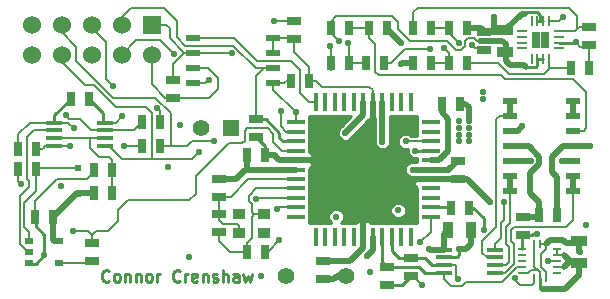
<source format=gtl>
%FSLAX34Y34*%
G04 Gerber Fmt 3.4, Leading zero omitted, Abs format*
G04 (created by PCBNEW (2013-11-03 BZR 4430)-product) date Fri 08 Nov 2013 11:28:15 PM CST*
%MOIN*%
G01*
G70*
G90*
G04 APERTURE LIST*
%ADD10C,0.005906*%
%ADD11C,0.009843*%
%ADD12R,0.016000X0.060000*%
%ADD13R,0.060000X0.016000*%
%ADD14R,0.030000X0.020000*%
%ADD15R,0.025000X0.045000*%
%ADD16R,0.045000X0.025000*%
%ADD17R,0.055000X0.055000*%
%ADD18C,0.055000*%
%ADD19R,0.060000X0.060000*%
%ADD20C,0.060000*%
%ADD21R,0.053100X0.015700*%
%ADD22R,0.035000X0.055000*%
%ADD23R,0.055000X0.035000*%
%ADD24R,0.045000X0.020000*%
%ADD25R,0.023622X0.023622*%
%ADD26R,0.039370X0.035433*%
%ADD27O,0.009843X0.035433*%
%ADD28O,0.035433X0.009843*%
%ADD29R,0.027559X0.027559*%
%ADD30O,0.031496X0.009843*%
%ADD31O,0.009843X0.031496*%
%ADD32C,0.021654*%
%ADD33C,0.019685*%
%ADD34C,0.006890*%
%ADD35C,0.010000*%
G04 APERTURE END LIST*
G54D10*
G54D11*
X44679Y-45475D02*
X44660Y-45494D01*
X44604Y-45512D01*
X44566Y-45512D01*
X44510Y-45494D01*
X44473Y-45456D01*
X44454Y-45419D01*
X44435Y-45344D01*
X44435Y-45287D01*
X44454Y-45212D01*
X44473Y-45175D01*
X44510Y-45137D01*
X44566Y-45119D01*
X44604Y-45119D01*
X44660Y-45137D01*
X44679Y-45156D01*
X44904Y-45512D02*
X44866Y-45494D01*
X44848Y-45475D01*
X44829Y-45437D01*
X44829Y-45325D01*
X44848Y-45287D01*
X44866Y-45269D01*
X44904Y-45250D01*
X44960Y-45250D01*
X44998Y-45269D01*
X45016Y-45287D01*
X45035Y-45325D01*
X45035Y-45437D01*
X45016Y-45475D01*
X44998Y-45494D01*
X44960Y-45512D01*
X44904Y-45512D01*
X45204Y-45250D02*
X45204Y-45512D01*
X45204Y-45287D02*
X45223Y-45269D01*
X45260Y-45250D01*
X45316Y-45250D01*
X45354Y-45269D01*
X45373Y-45306D01*
X45373Y-45512D01*
X45560Y-45250D02*
X45560Y-45512D01*
X45560Y-45287D02*
X45579Y-45269D01*
X45616Y-45250D01*
X45673Y-45250D01*
X45710Y-45269D01*
X45729Y-45306D01*
X45729Y-45512D01*
X45973Y-45512D02*
X45935Y-45494D01*
X45916Y-45475D01*
X45898Y-45437D01*
X45898Y-45325D01*
X45916Y-45287D01*
X45935Y-45269D01*
X45973Y-45250D01*
X46029Y-45250D01*
X46066Y-45269D01*
X46085Y-45287D01*
X46104Y-45325D01*
X46104Y-45437D01*
X46085Y-45475D01*
X46066Y-45494D01*
X46029Y-45512D01*
X45973Y-45512D01*
X46272Y-45512D02*
X46272Y-45250D01*
X46272Y-45325D02*
X46291Y-45287D01*
X46310Y-45269D01*
X46347Y-45250D01*
X46385Y-45250D01*
X47041Y-45475D02*
X47022Y-45494D01*
X46966Y-45512D01*
X46929Y-45512D01*
X46872Y-45494D01*
X46835Y-45456D01*
X46816Y-45419D01*
X46797Y-45344D01*
X46797Y-45287D01*
X46816Y-45212D01*
X46835Y-45175D01*
X46872Y-45137D01*
X46929Y-45119D01*
X46966Y-45119D01*
X47022Y-45137D01*
X47041Y-45156D01*
X47210Y-45512D02*
X47210Y-45250D01*
X47210Y-45325D02*
X47229Y-45287D01*
X47247Y-45269D01*
X47285Y-45250D01*
X47322Y-45250D01*
X47604Y-45494D02*
X47566Y-45512D01*
X47491Y-45512D01*
X47454Y-45494D01*
X47435Y-45456D01*
X47435Y-45306D01*
X47454Y-45269D01*
X47491Y-45250D01*
X47566Y-45250D01*
X47604Y-45269D01*
X47622Y-45306D01*
X47622Y-45344D01*
X47435Y-45381D01*
X47791Y-45250D02*
X47791Y-45512D01*
X47791Y-45287D02*
X47810Y-45269D01*
X47847Y-45250D01*
X47904Y-45250D01*
X47941Y-45269D01*
X47960Y-45306D01*
X47960Y-45512D01*
X48128Y-45494D02*
X48166Y-45512D01*
X48241Y-45512D01*
X48278Y-45494D01*
X48297Y-45456D01*
X48297Y-45437D01*
X48278Y-45400D01*
X48241Y-45381D01*
X48185Y-45381D01*
X48147Y-45362D01*
X48128Y-45325D01*
X48128Y-45306D01*
X48147Y-45269D01*
X48185Y-45250D01*
X48241Y-45250D01*
X48278Y-45269D01*
X48466Y-45512D02*
X48466Y-45119D01*
X48635Y-45512D02*
X48635Y-45306D01*
X48616Y-45269D01*
X48578Y-45250D01*
X48522Y-45250D01*
X48485Y-45269D01*
X48466Y-45287D01*
X48991Y-45512D02*
X48991Y-45306D01*
X48972Y-45269D01*
X48935Y-45250D01*
X48860Y-45250D01*
X48822Y-45269D01*
X48991Y-45494D02*
X48953Y-45512D01*
X48860Y-45512D01*
X48822Y-45494D01*
X48803Y-45456D01*
X48803Y-45419D01*
X48822Y-45381D01*
X48860Y-45362D01*
X48953Y-45362D01*
X48991Y-45344D01*
X49141Y-45250D02*
X49216Y-45512D01*
X49291Y-45325D01*
X49366Y-45512D01*
X49441Y-45250D01*
G54D12*
X53149Y-39521D03*
X52834Y-39521D03*
X52519Y-39521D03*
X52204Y-39521D03*
X51889Y-39521D03*
X51574Y-39521D03*
X53464Y-39521D03*
X53779Y-39521D03*
X54094Y-39521D03*
X54409Y-39521D03*
X54724Y-39521D03*
X53149Y-44021D03*
X52834Y-44021D03*
X52519Y-44021D03*
X52204Y-44021D03*
X51889Y-44021D03*
X51574Y-44021D03*
X53464Y-44021D03*
X53779Y-44021D03*
X54094Y-44021D03*
X54409Y-44021D03*
X54724Y-44021D03*
G54D13*
X50899Y-41771D03*
X55399Y-41771D03*
X50899Y-42086D03*
X55399Y-42086D03*
X55399Y-42401D03*
X50899Y-42401D03*
X50899Y-42716D03*
X55399Y-42716D03*
X55399Y-43031D03*
X50899Y-43031D03*
X50899Y-43346D03*
X55399Y-43346D03*
X55399Y-41456D03*
X50899Y-41456D03*
X50899Y-41141D03*
X55399Y-41141D03*
X55399Y-40826D03*
X50899Y-40826D03*
X50899Y-40511D03*
X55399Y-40511D03*
X55399Y-40196D03*
X50899Y-40196D03*
G54D14*
X42019Y-44152D03*
X42019Y-44902D03*
X43019Y-44152D03*
X42019Y-44527D03*
X43019Y-44902D03*
G54D15*
X59620Y-43280D03*
X59020Y-43280D03*
G54D16*
X50846Y-37425D03*
X50846Y-36825D03*
G54D15*
X49880Y-44520D03*
X49280Y-44520D03*
G54D16*
X48350Y-42075D03*
X48350Y-42675D03*
X56299Y-41471D03*
X56299Y-42071D03*
G54D15*
X44000Y-39409D03*
X43400Y-39409D03*
X46362Y-40196D03*
X45762Y-40196D03*
X42819Y-43346D03*
X42219Y-43346D03*
X41650Y-41750D03*
X42250Y-41750D03*
X41650Y-41100D03*
X42250Y-41100D03*
X46362Y-40984D03*
X45762Y-40984D03*
X44788Y-41771D03*
X44188Y-41771D03*
X44188Y-42559D03*
X44788Y-42559D03*
G54D16*
X48350Y-43250D03*
X48350Y-43850D03*
G54D15*
X50743Y-38818D03*
X51343Y-38818D03*
G54D16*
X46811Y-38774D03*
X46811Y-39374D03*
X44094Y-44227D03*
X44094Y-44827D03*
X49586Y-40093D03*
X49586Y-40693D03*
X54724Y-44719D03*
X54724Y-45319D03*
X53937Y-45014D03*
X53937Y-45614D03*
G54D15*
X56599Y-38228D03*
X55999Y-38228D03*
X54818Y-37047D03*
X55418Y-37047D03*
X55999Y-37047D03*
X56599Y-37047D03*
X55418Y-38228D03*
X54818Y-38228D03*
X52662Y-38228D03*
X52062Y-38228D03*
X53843Y-38228D03*
X53243Y-38228D03*
X52062Y-37047D03*
X52662Y-37047D03*
X53341Y-37047D03*
X53941Y-37047D03*
G54D17*
X48728Y-40393D03*
G54D18*
X47728Y-40393D03*
X50574Y-45314D03*
X52574Y-45314D03*
G54D19*
X46094Y-36940D03*
G54D20*
X46094Y-37940D03*
X45094Y-36940D03*
X45094Y-37940D03*
X44094Y-36940D03*
X44094Y-37940D03*
X43094Y-36940D03*
X43094Y-37940D03*
X42094Y-36940D03*
X42094Y-37940D03*
G54D15*
X60075Y-38400D03*
X60675Y-38400D03*
G54D16*
X57165Y-37180D03*
X57165Y-37780D03*
X60675Y-37025D03*
X60675Y-37625D03*
G54D21*
X44546Y-40974D03*
X44546Y-40718D03*
X44546Y-40462D03*
X44546Y-40206D03*
X42854Y-40206D03*
X42854Y-40462D03*
X42854Y-40718D03*
X42854Y-40974D03*
G54D22*
X55975Y-43800D03*
X56725Y-43800D03*
G54D23*
X57874Y-37855D03*
X57874Y-37105D03*
X60350Y-44900D03*
X60350Y-44150D03*
G54D15*
X55762Y-39586D03*
X56362Y-39586D03*
G54D16*
X51791Y-45418D03*
X51791Y-44818D03*
G54D15*
X49266Y-41299D03*
X49866Y-41299D03*
G54D24*
X50157Y-37399D03*
X50157Y-37899D03*
X50157Y-38399D03*
X50157Y-38899D03*
X47480Y-38899D03*
X47480Y-38399D03*
X47480Y-37899D03*
X47480Y-37399D03*
X60155Y-42484D03*
X60155Y-41984D03*
X60155Y-41484D03*
X60155Y-40984D03*
X60155Y-40484D03*
X60155Y-39984D03*
X60155Y-39484D03*
X58055Y-39484D03*
X58055Y-39984D03*
X58055Y-40484D03*
X58055Y-40984D03*
X58055Y-41484D03*
X58055Y-41984D03*
X58055Y-42484D03*
G54D16*
X58460Y-43960D03*
X58460Y-43360D03*
G54D15*
X56680Y-43040D03*
X56080Y-43040D03*
G54D25*
X43650Y-42583D03*
X43650Y-41716D03*
G54D26*
X49848Y-43269D03*
X49001Y-43269D03*
X49001Y-43880D03*
X49848Y-43880D03*
G54D21*
X57538Y-45206D03*
X57538Y-44950D03*
X57538Y-44694D03*
X57538Y-44438D03*
X55846Y-44438D03*
X55846Y-44694D03*
X55846Y-44950D03*
X55846Y-45206D03*
G54D27*
X58956Y-38070D03*
X58759Y-38070D03*
X59153Y-38070D03*
X59350Y-38070D03*
X59350Y-36811D03*
X59153Y-36811D03*
X58759Y-36811D03*
X58956Y-36811D03*
G54D28*
X58425Y-37342D03*
X58425Y-37145D03*
X58425Y-37539D03*
X58425Y-37736D03*
X59685Y-37736D03*
X59685Y-37539D03*
X59685Y-37145D03*
X59685Y-37342D03*
G54D29*
X59192Y-37578D03*
X58917Y-37578D03*
X58917Y-37303D03*
X59192Y-37303D03*
G54D30*
X58443Y-44628D03*
X58443Y-44825D03*
X58439Y-45021D03*
X58443Y-45218D03*
X58443Y-44431D03*
X59620Y-44431D03*
X59620Y-45218D03*
X59616Y-45021D03*
X59620Y-44825D03*
X59620Y-44628D03*
G54D31*
X58853Y-44254D03*
X59050Y-44254D03*
X59246Y-44254D03*
X59246Y-45395D03*
X59050Y-45395D03*
X58853Y-45395D03*
G54D32*
X57360Y-42840D03*
X58940Y-43920D03*
X43188Y-42992D03*
X53350Y-41350D03*
X50255Y-41358D03*
X46259Y-39724D03*
X43503Y-40393D03*
X57840Y-42840D03*
X60560Y-43620D03*
X52340Y-37500D03*
X57075Y-37475D03*
X60708Y-40984D03*
X55118Y-45629D03*
X55354Y-44409D03*
X60360Y-44520D03*
X56338Y-40157D03*
X56663Y-40157D03*
X57140Y-39180D03*
X57140Y-39420D03*
X58720Y-42007D03*
X54803Y-41771D03*
X57519Y-36673D03*
X42519Y-44625D03*
X52050Y-37650D03*
X50177Y-36830D03*
X47992Y-38779D03*
X47047Y-40295D03*
X46633Y-41692D03*
X60350Y-45275D03*
X56338Y-44409D03*
X45118Y-40000D03*
X53267Y-44645D03*
X52550Y-40550D03*
X50350Y-44125D03*
X60225Y-37525D03*
X47350Y-44675D03*
X56338Y-40610D03*
X56663Y-40836D03*
X50157Y-41771D03*
X56338Y-40836D03*
X56663Y-40610D03*
X56663Y-40383D03*
X56338Y-40383D03*
X49724Y-45314D03*
X54409Y-37559D03*
X54409Y-38267D03*
X52244Y-43346D03*
X41750Y-42250D03*
X55375Y-37750D03*
X56775Y-37625D03*
X59800Y-36675D03*
X54311Y-43129D03*
X53385Y-45177D03*
X43225Y-39950D03*
X45177Y-40984D03*
X43070Y-42322D03*
X43385Y-40984D03*
X50899Y-39856D03*
X46830Y-37913D03*
X48779Y-37893D03*
X50413Y-39803D03*
X58200Y-45400D03*
X56300Y-45425D03*
X55050Y-44200D03*
X59300Y-44825D03*
X54881Y-41141D03*
X54566Y-40826D03*
X43475Y-43825D03*
X44803Y-38976D03*
X57160Y-43800D03*
X56338Y-37559D03*
X58740Y-41496D03*
X58444Y-40334D03*
X55850Y-37725D03*
X59763Y-41496D03*
X52650Y-37550D03*
X47677Y-41181D03*
X49566Y-42755D03*
X50275Y-43070D03*
X48188Y-40826D03*
X53780Y-40840D03*
G54D11*
X58940Y-43920D02*
X58820Y-43920D01*
G54D33*
X56591Y-42071D02*
X57360Y-42840D01*
X56299Y-42071D02*
X56591Y-42071D01*
G54D11*
X58780Y-43960D02*
X58460Y-43960D01*
X58820Y-43920D02*
X58780Y-43960D01*
X58443Y-44431D02*
X58443Y-43976D01*
G54D34*
X58443Y-43976D02*
X58460Y-43960D01*
G54D33*
X43188Y-42992D02*
X43181Y-42984D01*
X55399Y-42086D02*
X54527Y-42086D01*
X54527Y-42086D02*
X54527Y-42086D01*
G54D34*
X51343Y-38818D02*
X51574Y-38818D01*
X53464Y-39133D02*
X53464Y-39521D01*
X53346Y-39015D02*
X53464Y-39133D01*
X51771Y-39015D02*
X53346Y-39015D01*
X51574Y-38818D02*
X51771Y-39015D01*
X46811Y-39374D02*
X48007Y-39374D01*
X47986Y-38399D02*
X47480Y-38399D01*
X48307Y-38720D02*
X47986Y-38399D01*
X48307Y-39074D02*
X48307Y-38720D01*
X48007Y-39374D02*
X48307Y-39074D01*
X46811Y-39374D02*
X46540Y-39374D01*
X46540Y-39374D02*
X46094Y-38929D01*
X46094Y-38929D02*
X46094Y-37940D01*
X50157Y-37399D02*
X50820Y-37399D01*
X50820Y-37399D02*
X50846Y-37425D01*
X51343Y-38818D02*
X51343Y-38351D01*
X51343Y-38351D02*
X50846Y-37854D01*
X50846Y-37854D02*
X50846Y-37425D01*
X50157Y-37899D02*
X50157Y-37399D01*
G54D33*
X50255Y-41358D02*
X50255Y-41338D01*
X50216Y-41299D02*
X49866Y-41299D01*
X50255Y-41338D02*
X50216Y-41299D01*
X50899Y-41456D02*
X50354Y-41456D01*
X50354Y-41456D02*
X50255Y-41358D01*
G54D11*
X49866Y-41299D02*
X49866Y-40974D01*
X49866Y-40974D02*
X49586Y-40693D01*
G54D33*
X53149Y-44021D02*
X53149Y-43188D01*
X53149Y-44021D02*
X53149Y-44370D01*
X53149Y-44370D02*
X52716Y-44803D01*
X52716Y-44803D02*
X51855Y-44803D01*
X53464Y-39521D02*
X53464Y-40196D01*
X53464Y-40196D02*
X53464Y-40196D01*
X50899Y-41456D02*
X51535Y-41456D01*
X51535Y-41456D02*
X51535Y-41456D01*
X42819Y-43346D02*
X42819Y-44118D01*
X42853Y-44152D02*
X43019Y-44152D01*
X42819Y-44118D02*
X42853Y-44152D01*
G54D34*
X42854Y-40206D02*
X42043Y-40206D01*
X41650Y-40600D02*
X41650Y-41100D01*
X42043Y-40206D02*
X41650Y-40600D01*
X46362Y-40196D02*
X46362Y-39827D01*
X46362Y-39827D02*
X46259Y-39724D01*
X43316Y-40206D02*
X42854Y-40206D01*
X43503Y-40393D02*
X43316Y-40206D01*
G54D33*
X44188Y-42559D02*
X43607Y-42559D01*
X43607Y-42559D02*
X43181Y-42984D01*
X43181Y-42984D02*
X42819Y-43346D01*
G54D35*
X43400Y-39409D02*
X42854Y-39955D01*
X42854Y-39955D02*
X42854Y-40206D01*
X56299Y-42071D02*
X56284Y-42086D01*
G54D33*
X56284Y-42086D02*
X55399Y-42086D01*
G54D34*
X57840Y-42840D02*
X57840Y-43460D01*
X57840Y-43460D02*
X57740Y-43560D01*
X57740Y-43560D02*
X57740Y-44060D01*
X57740Y-44060D02*
X57538Y-44261D01*
X57538Y-44261D02*
X57538Y-44438D01*
G54D11*
X58580Y-38360D02*
X58900Y-38360D01*
G54D33*
X57075Y-37475D02*
X57775Y-37475D01*
X57900Y-37600D02*
X57900Y-37775D01*
X57900Y-37775D02*
X57900Y-38160D01*
X57900Y-38160D02*
X58038Y-38299D01*
X57900Y-37600D02*
X57775Y-37475D01*
X58519Y-38299D02*
X58580Y-38360D01*
X58038Y-38299D02*
X58519Y-38299D01*
G54D11*
X58956Y-38303D02*
X58956Y-38070D01*
X58900Y-38360D02*
X58956Y-38303D01*
G54D34*
X52062Y-37047D02*
X52062Y-37222D01*
X52062Y-37222D02*
X52340Y-37500D01*
G54D33*
X59620Y-43280D02*
X59620Y-42020D01*
X59795Y-40984D02*
X60155Y-40984D01*
X59440Y-41340D02*
X59795Y-40984D01*
X59440Y-41840D02*
X59440Y-41340D01*
X59620Y-42020D02*
X59440Y-41840D01*
X60708Y-40984D02*
X60355Y-40984D01*
X60355Y-40984D02*
X60155Y-40984D01*
G54D34*
X57075Y-37475D02*
X56925Y-37475D01*
X52062Y-36837D02*
X52062Y-37047D01*
X52250Y-36650D02*
X52062Y-36837D01*
X54100Y-36650D02*
X52250Y-36650D01*
X54300Y-36850D02*
X54100Y-36650D01*
X54300Y-37100D02*
X54300Y-36850D01*
X54700Y-37500D02*
X54300Y-37100D01*
X55950Y-37500D02*
X54700Y-37500D01*
X56250Y-37800D02*
X55950Y-37500D01*
X56400Y-37800D02*
X56250Y-37800D01*
X56550Y-37650D02*
X56400Y-37800D01*
X56550Y-37500D02*
X56550Y-37650D01*
X56650Y-37400D02*
X56550Y-37500D01*
X56850Y-37400D02*
X56650Y-37400D01*
X56925Y-37475D02*
X56850Y-37400D01*
X60355Y-40984D02*
X60078Y-40984D01*
G54D35*
X58956Y-38070D02*
X59055Y-38070D01*
X59055Y-38070D02*
X59153Y-38070D01*
G54D34*
X54807Y-45319D02*
X55118Y-45629D01*
X54724Y-45319D02*
X54807Y-45319D01*
G54D33*
X55846Y-44438D02*
X55846Y-43928D01*
X55846Y-43928D02*
X55975Y-43800D01*
X55383Y-44438D02*
X55846Y-44438D01*
G54D34*
X55354Y-44409D02*
X55383Y-44438D01*
G54D11*
X53937Y-45614D02*
X54429Y-45614D01*
X54429Y-45614D02*
X54724Y-45319D01*
G54D33*
X59900Y-44225D02*
X59800Y-44125D01*
X59800Y-44125D02*
X59375Y-44125D01*
X60350Y-44150D02*
X60350Y-44510D01*
X60350Y-44510D02*
X60360Y-44520D01*
X60350Y-44225D02*
X59900Y-44225D01*
X59375Y-44125D02*
X59246Y-44254D01*
G54D34*
X59246Y-45395D02*
X59246Y-45196D01*
X59246Y-44428D02*
X59246Y-44254D01*
X59075Y-44600D02*
X59246Y-44428D01*
X59075Y-45025D02*
X59075Y-44600D01*
X59246Y-45196D02*
X59075Y-45025D01*
X59050Y-44254D02*
X59246Y-44254D01*
G54D33*
X56362Y-39586D02*
X56555Y-39586D01*
X56663Y-39694D02*
X56663Y-40157D01*
X56555Y-39586D02*
X56663Y-39694D01*
X58720Y-42007D02*
X58720Y-41899D01*
X59020Y-43280D02*
X59020Y-42860D01*
X58720Y-42560D02*
X59020Y-42860D01*
X58720Y-42007D02*
X58720Y-42560D01*
X58664Y-40984D02*
X58055Y-40984D01*
X59020Y-41340D02*
X58664Y-40984D01*
X59020Y-41600D02*
X59020Y-41340D01*
X58720Y-41899D02*
X59020Y-41600D01*
G54D34*
X58853Y-44254D02*
X58853Y-45003D01*
X58853Y-45003D02*
X58975Y-45125D01*
G54D33*
X58460Y-43360D02*
X58940Y-43360D01*
G54D34*
X58940Y-43360D02*
X59020Y-43280D01*
G54D33*
X55399Y-41771D02*
X54803Y-41771D01*
X57519Y-37175D02*
X57519Y-36673D01*
G54D34*
X44188Y-41771D02*
X44188Y-41861D01*
X42219Y-42830D02*
X42219Y-43346D01*
X42950Y-42100D02*
X42219Y-42830D01*
X43950Y-42100D02*
X42950Y-42100D01*
X44188Y-41861D02*
X43950Y-42100D01*
X52062Y-38228D02*
X52062Y-37662D01*
X52062Y-37662D02*
X52050Y-37650D01*
X50846Y-36825D02*
X50181Y-36825D01*
X50181Y-36825D02*
X50177Y-36830D01*
X47872Y-38899D02*
X47992Y-38779D01*
X47872Y-38899D02*
X47480Y-38899D01*
G54D11*
X47022Y-40270D02*
X47047Y-40295D01*
G54D33*
X56725Y-44259D02*
X56725Y-43800D01*
X56574Y-44409D02*
X56725Y-44259D01*
X56338Y-44409D02*
X56574Y-44409D01*
G54D11*
X56338Y-44625D02*
X56338Y-44409D01*
X56269Y-44694D02*
X56338Y-44625D01*
X55846Y-44694D02*
X56269Y-44694D01*
G54D34*
X44911Y-40206D02*
X44546Y-40206D01*
X44911Y-40206D02*
X45118Y-40000D01*
G54D33*
X49266Y-41299D02*
X49266Y-41771D01*
X52574Y-45314D02*
X52263Y-45314D01*
X52160Y-45418D02*
X51791Y-45418D01*
X52263Y-45314D02*
X52160Y-45418D01*
X53464Y-44448D02*
X53464Y-44021D01*
X53464Y-44448D02*
X53267Y-44645D01*
X48350Y-42075D02*
X48909Y-42075D01*
X49212Y-41771D02*
X49266Y-41771D01*
X49266Y-41771D02*
X49704Y-41771D01*
X48909Y-42075D02*
X49212Y-41771D01*
X49704Y-41771D02*
X50157Y-41771D01*
X53149Y-39521D02*
X53149Y-39950D01*
X53149Y-39950D02*
X52550Y-40550D01*
X58525Y-36570D02*
X58429Y-36570D01*
G54D11*
X59055Y-36630D02*
X58946Y-36521D01*
X58946Y-36521D02*
X58525Y-36521D01*
X59055Y-36811D02*
X59055Y-36630D01*
X58525Y-36521D02*
X58525Y-36570D01*
G54D33*
X58429Y-36570D02*
X57900Y-37100D01*
X57200Y-37175D02*
X57519Y-37175D01*
X57519Y-37175D02*
X57525Y-37175D01*
X57525Y-37175D02*
X57900Y-37175D01*
G54D34*
X60350Y-44825D02*
X60425Y-44825D01*
X60425Y-44825D02*
X60575Y-44975D01*
X49875Y-44475D02*
X50000Y-44475D01*
X50000Y-44475D02*
X50350Y-44125D01*
G54D11*
X59685Y-37539D02*
X60210Y-37539D01*
X60625Y-37675D02*
X60675Y-37625D01*
G54D34*
X60375Y-37675D02*
X60625Y-37675D01*
X60225Y-37525D02*
X60375Y-37675D01*
G54D11*
X60210Y-37539D02*
X60225Y-37525D01*
X59050Y-45395D02*
X59050Y-45700D01*
G54D33*
X60350Y-45275D02*
X59875Y-45750D01*
X59875Y-45750D02*
X59100Y-45750D01*
X60350Y-45275D02*
X60350Y-44825D01*
G54D11*
X59050Y-45700D02*
X59100Y-45750D01*
G54D34*
X59616Y-45021D02*
X59853Y-45021D01*
G54D33*
X59853Y-45021D02*
X60050Y-44825D01*
X60350Y-44825D02*
X60050Y-44825D01*
G54D34*
X59853Y-44628D02*
X59620Y-44628D01*
G54D33*
X60050Y-44825D02*
X59853Y-44628D01*
G54D34*
X58443Y-45218D02*
X58656Y-45218D01*
X59050Y-45200D02*
X59050Y-45395D01*
X58975Y-45125D02*
X59050Y-45200D01*
X58750Y-45125D02*
X58975Y-45125D01*
X58656Y-45218D02*
X58750Y-45125D01*
X59620Y-44431D02*
X59620Y-44628D01*
X60675Y-38400D02*
X60675Y-37625D01*
G54D33*
X56599Y-37047D02*
X57072Y-37047D01*
X57072Y-37047D02*
X57200Y-37175D01*
X50899Y-41771D02*
X50157Y-41771D01*
G54D34*
X52062Y-38440D02*
X52062Y-38228D01*
G54D33*
X54818Y-38228D02*
X54448Y-38228D01*
G54D34*
X54448Y-38228D02*
X54409Y-38267D01*
X53941Y-37047D02*
X53941Y-37091D01*
G54D33*
X53941Y-37091D02*
X54409Y-37559D01*
G54D35*
X58956Y-36811D02*
X59055Y-36811D01*
X59055Y-36811D02*
X59153Y-36811D01*
X42019Y-44902D02*
X42038Y-44921D01*
X42038Y-44921D02*
X42224Y-44921D01*
X42224Y-44921D02*
X42519Y-44625D01*
X42519Y-44625D02*
X42519Y-43937D01*
X42519Y-43937D02*
X42224Y-43641D01*
X42224Y-43641D02*
X42224Y-43351D01*
X42224Y-43351D02*
X42219Y-43346D01*
X44546Y-40206D02*
X44488Y-40147D01*
X44488Y-39896D02*
X44000Y-39409D01*
X44488Y-40147D02*
X44488Y-39896D01*
G54D33*
X55399Y-41771D02*
X56003Y-41771D01*
G54D35*
X56003Y-41771D02*
X56003Y-41766D01*
G54D33*
X56003Y-41766D02*
X56299Y-41471D01*
G54D34*
X41650Y-42150D02*
X41750Y-42250D01*
X41650Y-42150D02*
X41650Y-41750D01*
X49001Y-43880D02*
X49001Y-43641D01*
X48350Y-43450D02*
X48350Y-43250D01*
X48480Y-43580D02*
X48350Y-43450D01*
X48940Y-43580D02*
X48480Y-43580D01*
X49001Y-43641D02*
X48940Y-43580D01*
X48350Y-43250D02*
X48350Y-42675D01*
X48350Y-42675D02*
X48725Y-42675D01*
X49313Y-42086D02*
X50899Y-42086D01*
X48725Y-42675D02*
X49313Y-42086D01*
X60675Y-37025D02*
X60337Y-37025D01*
X60337Y-37025D02*
X60216Y-37145D01*
X59685Y-37145D02*
X60216Y-37145D01*
X54818Y-36520D02*
X54818Y-37047D01*
X54960Y-36377D02*
X54818Y-36520D01*
X60000Y-36377D02*
X54960Y-36377D01*
X60275Y-36653D02*
X60000Y-36377D01*
X60275Y-37086D02*
X60275Y-36653D01*
X60216Y-37145D02*
X60275Y-37086D01*
X56599Y-38228D02*
X57637Y-38228D01*
X57637Y-38228D02*
X57992Y-38582D01*
X57992Y-38582D02*
X59173Y-38582D01*
X59173Y-38582D02*
X59350Y-38405D01*
X59350Y-38405D02*
X59350Y-38400D01*
X60075Y-38400D02*
X59350Y-38400D01*
X59350Y-38400D02*
X59350Y-38070D01*
X55375Y-37750D02*
X54550Y-37750D01*
X54550Y-37750D02*
X54071Y-38228D01*
X55375Y-37750D02*
X55335Y-37710D01*
X56875Y-37725D02*
X56775Y-37625D01*
X59663Y-36811D02*
X59800Y-36675D01*
X59350Y-36811D02*
X59663Y-36811D01*
X54071Y-38228D02*
X53843Y-38228D01*
X57200Y-37725D02*
X56875Y-37725D01*
G54D33*
X55762Y-39586D02*
X55762Y-39857D01*
X55689Y-41456D02*
X55399Y-41456D01*
X55984Y-41161D02*
X55689Y-41456D01*
X55984Y-40078D02*
X55984Y-41161D01*
X55762Y-39857D02*
X55984Y-40078D01*
G54D34*
X49280Y-44520D02*
X48720Y-44520D01*
X48350Y-44150D02*
X48350Y-43850D01*
X48720Y-44520D02*
X48350Y-44150D01*
X49280Y-44520D02*
X49280Y-44220D01*
X49440Y-43339D02*
X49509Y-43269D01*
X49440Y-44060D02*
X49440Y-43339D01*
X49280Y-44220D02*
X49440Y-44060D01*
X49848Y-43269D02*
X49509Y-43269D01*
X49578Y-42401D02*
X50899Y-42401D01*
X49340Y-42640D02*
X49578Y-42401D01*
X49340Y-42820D02*
X49340Y-42640D01*
X49440Y-42920D02*
X49340Y-42820D01*
X49440Y-43200D02*
X49440Y-42920D01*
X49509Y-43269D02*
X49440Y-43200D01*
X43650Y-41716D02*
X42283Y-41716D01*
X42283Y-41716D02*
X42250Y-41750D01*
X42019Y-44152D02*
X42019Y-43869D01*
X42250Y-42500D02*
X42250Y-41750D01*
X41850Y-42900D02*
X42250Y-42500D01*
X41850Y-43700D02*
X41850Y-42900D01*
X42019Y-43869D02*
X41850Y-43700D01*
X44087Y-40462D02*
X44546Y-40462D01*
X43700Y-40075D02*
X44087Y-40462D01*
X43350Y-40075D02*
X43700Y-40075D01*
X43225Y-39950D02*
X43350Y-40075D01*
X44546Y-40462D02*
X45497Y-40462D01*
X45497Y-40462D02*
X45762Y-40196D01*
X45177Y-40984D02*
X45762Y-40984D01*
X43385Y-40984D02*
X42864Y-40984D01*
X42864Y-40984D02*
X42854Y-40974D01*
X42854Y-40974D02*
X42525Y-40974D01*
X42525Y-40974D02*
X42500Y-41000D01*
X42500Y-41000D02*
X42500Y-41050D01*
X42500Y-41050D02*
X42450Y-41100D01*
X42450Y-41100D02*
X42250Y-41100D01*
X45574Y-37460D02*
X45094Y-37940D01*
X46377Y-37460D02*
X45574Y-37460D01*
X46830Y-37913D02*
X46377Y-37460D01*
X50157Y-38899D02*
X50157Y-39114D01*
X50157Y-39114D02*
X50899Y-39856D01*
X50157Y-38899D02*
X50509Y-38899D01*
X50590Y-38818D02*
X50743Y-38818D01*
X50509Y-38899D02*
X50590Y-38818D01*
X50899Y-40196D02*
X50899Y-39856D01*
X50899Y-39856D02*
X50157Y-39114D01*
X58439Y-45021D02*
X58278Y-45021D01*
X55846Y-45426D02*
X55846Y-45206D01*
X56060Y-45640D02*
X55846Y-45426D01*
X56440Y-45640D02*
X56060Y-45640D01*
X56560Y-45520D02*
X56440Y-45640D01*
X57780Y-45520D02*
X56560Y-45520D01*
X58278Y-45021D02*
X57780Y-45520D01*
G54D11*
X53937Y-45014D02*
X55014Y-45014D01*
X55206Y-45206D02*
X55846Y-45206D01*
X55014Y-45014D02*
X55206Y-45206D01*
G54D35*
X53779Y-44021D02*
X53779Y-44857D01*
X53779Y-44857D02*
X53937Y-45014D01*
G54D34*
X46811Y-38774D02*
X46811Y-38267D01*
X46811Y-38267D02*
X47185Y-37893D01*
X47474Y-37893D02*
X47185Y-37893D01*
X47185Y-37893D02*
X46692Y-37401D01*
X46692Y-37401D02*
X46692Y-37066D01*
X46692Y-37066D02*
X46566Y-36940D01*
X50899Y-40511D02*
X50590Y-40511D01*
X48773Y-37899D02*
X47480Y-37899D01*
X48779Y-37893D02*
X48773Y-37899D01*
X50413Y-40334D02*
X50413Y-39803D01*
X50590Y-40511D02*
X50413Y-40334D01*
X47480Y-37899D02*
X47474Y-37893D01*
X46566Y-36940D02*
X46094Y-36940D01*
X58200Y-45400D02*
X58200Y-45450D01*
X58853Y-45546D02*
X58775Y-45625D01*
X58775Y-45625D02*
X58375Y-45625D01*
X56300Y-45425D02*
X56250Y-45375D01*
X56250Y-45375D02*
X56250Y-45000D01*
X56250Y-45000D02*
X56200Y-44950D01*
X55846Y-44950D02*
X56200Y-44950D01*
X58853Y-45546D02*
X58853Y-45395D01*
X58200Y-45450D02*
X58375Y-45625D01*
G54D11*
X54724Y-44719D02*
X54325Y-44719D01*
X54094Y-44488D02*
X54094Y-44021D01*
X54325Y-44719D02*
X54094Y-44488D01*
X54724Y-44719D02*
X55211Y-44719D01*
X55442Y-44950D02*
X55846Y-44950D01*
X55211Y-44719D02*
X55442Y-44950D01*
G54D34*
X59620Y-44825D02*
X59300Y-44825D01*
X55399Y-43850D02*
X55399Y-43346D01*
X55050Y-44200D02*
X55399Y-43850D01*
G54D11*
X55399Y-43031D02*
X56071Y-43031D01*
X56071Y-43031D02*
X56080Y-43040D01*
G54D34*
X50157Y-38399D02*
X49580Y-38399D01*
X45094Y-36677D02*
X45094Y-36940D01*
X45393Y-36377D02*
X45094Y-36677D01*
X46496Y-36377D02*
X45393Y-36377D01*
X46929Y-36811D02*
X46496Y-36377D01*
X46929Y-37362D02*
X46929Y-36811D01*
X47204Y-37637D02*
X46929Y-37362D01*
X48818Y-37637D02*
X47204Y-37637D01*
X49580Y-38399D02*
X48818Y-37637D01*
X49586Y-40093D02*
X49586Y-38641D01*
X49828Y-38399D02*
X50157Y-38399D01*
X49586Y-38641D02*
X49828Y-38399D01*
G54D11*
X49586Y-40093D02*
X49896Y-40093D01*
X50472Y-40826D02*
X50899Y-40826D01*
X50354Y-40708D02*
X50472Y-40826D01*
X50354Y-40551D02*
X50354Y-40708D01*
X49896Y-40093D02*
X50354Y-40551D01*
X55399Y-41141D02*
X54881Y-41141D01*
X54881Y-41141D02*
X54881Y-41141D01*
G54D34*
X55399Y-40826D02*
X54567Y-40826D01*
X44094Y-44227D02*
X44094Y-43956D01*
X44094Y-43956D02*
X44232Y-43818D01*
X50432Y-41141D02*
X50899Y-41141D01*
X50157Y-40866D02*
X50432Y-41141D01*
X50157Y-40590D02*
X50157Y-40866D01*
X49960Y-40393D02*
X50157Y-40590D01*
X49271Y-40393D02*
X49960Y-40393D01*
X49192Y-40472D02*
X49271Y-40393D01*
X49192Y-40807D02*
X49192Y-40472D01*
X49114Y-40885D02*
X49192Y-40807D01*
X48661Y-40885D02*
X49114Y-40885D01*
X47559Y-41988D02*
X48661Y-40885D01*
X47559Y-42578D02*
X47559Y-41988D01*
X47342Y-42795D02*
X47559Y-42578D01*
X45295Y-42795D02*
X47342Y-42795D01*
X44960Y-43129D02*
X45295Y-42795D01*
X44960Y-43484D02*
X44960Y-43129D01*
X44625Y-43818D02*
X44960Y-43484D01*
X44232Y-43818D02*
X44625Y-43818D01*
X44575Y-38748D02*
X44803Y-38976D01*
X44094Y-37044D02*
X44094Y-36940D01*
X44575Y-37525D02*
X44575Y-38250D01*
X44094Y-37044D02*
X44575Y-37525D01*
X44575Y-38250D02*
X44575Y-38748D01*
X43962Y-43825D02*
X43475Y-43825D01*
X44094Y-43956D02*
X43962Y-43825D01*
X47480Y-37399D02*
X48856Y-37399D01*
X51332Y-39521D02*
X51574Y-39521D01*
X51043Y-39232D02*
X51332Y-39521D01*
X51043Y-38444D02*
X51043Y-39232D01*
X50748Y-38149D02*
X51043Y-38444D01*
X49606Y-38149D02*
X50748Y-38149D01*
X48856Y-37399D02*
X49606Y-38149D01*
G54D11*
X56680Y-43040D02*
X56800Y-43040D01*
X56800Y-43040D02*
X57160Y-43400D01*
X57160Y-43400D02*
X57160Y-43800D01*
G54D33*
X58728Y-41484D02*
X58740Y-41496D01*
G54D34*
X58728Y-41484D02*
X58740Y-41496D01*
X56338Y-37559D02*
X55999Y-37219D01*
X55999Y-37219D02*
X55999Y-37047D01*
G54D33*
X58055Y-41484D02*
X58728Y-41484D01*
G54D34*
X55418Y-37047D02*
X55999Y-37047D01*
G54D33*
X58055Y-40484D02*
X58295Y-40484D01*
X58295Y-40484D02*
X58444Y-40334D01*
G54D34*
X55999Y-38228D02*
X55999Y-37874D01*
X55999Y-37874D02*
X55850Y-37725D01*
X55999Y-38228D02*
X55418Y-38228D01*
G54D33*
X60155Y-41484D02*
X59775Y-41484D01*
X59775Y-41484D02*
X59763Y-41496D01*
G54D34*
X52650Y-37550D02*
X52662Y-37562D01*
X52662Y-38228D02*
X52662Y-37562D01*
X52662Y-38228D02*
X53243Y-38228D01*
X60155Y-40484D02*
X60500Y-40484D01*
X53341Y-37396D02*
X53341Y-37047D01*
X53543Y-37598D02*
X53341Y-37396D01*
X53543Y-38503D02*
X53543Y-37598D01*
X53661Y-38622D02*
X53543Y-38503D01*
X57755Y-38622D02*
X53661Y-38622D01*
X57874Y-38740D02*
X57755Y-38622D01*
X60157Y-38740D02*
X57874Y-38740D01*
X60590Y-39173D02*
X60157Y-38740D01*
X60590Y-40393D02*
X60590Y-39173D01*
X60500Y-40484D02*
X60590Y-40393D01*
X52662Y-37047D02*
X53341Y-37047D01*
X44788Y-42559D02*
X44788Y-41771D01*
X44055Y-40718D02*
X44055Y-41062D01*
X44788Y-41441D02*
X44788Y-41771D01*
X44685Y-41338D02*
X44788Y-41441D01*
X44330Y-41338D02*
X44685Y-41338D01*
X44055Y-41062D02*
X44330Y-41338D01*
X42854Y-40718D02*
X44055Y-40718D01*
X44055Y-40718D02*
X44546Y-40718D01*
X42019Y-44527D02*
X41977Y-44527D01*
X42187Y-40462D02*
X42854Y-40462D01*
X41950Y-40700D02*
X42187Y-40462D01*
X41950Y-42100D02*
X41950Y-40700D01*
X42000Y-42150D02*
X41950Y-42100D01*
X42000Y-42350D02*
X42000Y-42150D01*
X41700Y-42650D02*
X42000Y-42350D01*
X41700Y-44250D02*
X41700Y-42650D01*
X41977Y-44527D02*
X41700Y-44250D01*
X57538Y-45206D02*
X57873Y-45206D01*
X60155Y-43444D02*
X60155Y-42484D01*
X59920Y-43680D02*
X60155Y-43444D01*
X58160Y-43680D02*
X59920Y-43680D01*
X58060Y-43780D02*
X58160Y-43680D01*
X58060Y-44160D02*
X58060Y-43780D01*
X58160Y-44260D02*
X58060Y-44160D01*
X58160Y-44920D02*
X58160Y-44260D01*
X57873Y-45206D02*
X58160Y-44920D01*
G54D33*
X60155Y-42484D02*
X60155Y-41984D01*
G54D34*
X57538Y-44950D02*
X57909Y-44950D01*
X58055Y-43544D02*
X58055Y-42484D01*
X57920Y-43680D02*
X58055Y-43544D01*
X57920Y-44260D02*
X57920Y-43680D01*
X58020Y-44360D02*
X57920Y-44260D01*
X58020Y-44840D02*
X58020Y-44360D01*
X57909Y-44950D02*
X58020Y-44840D01*
G54D33*
X58055Y-42484D02*
X58055Y-41984D01*
X60155Y-39984D02*
X60155Y-39484D01*
G54D34*
X57538Y-44694D02*
X57274Y-44694D01*
X57695Y-39984D02*
X58055Y-39984D01*
X57580Y-40100D02*
X57695Y-39984D01*
X57580Y-43680D02*
X57580Y-40100D01*
X57120Y-44140D02*
X57580Y-43680D01*
X57120Y-44540D02*
X57120Y-44140D01*
X57274Y-44694D02*
X57120Y-44540D01*
G54D33*
X58055Y-39984D02*
X58055Y-39484D01*
G54D34*
X43094Y-38173D02*
X43858Y-38937D01*
X46102Y-41417D02*
X47440Y-41417D01*
X47440Y-41417D02*
X47677Y-41181D01*
X49566Y-42755D02*
X49606Y-42716D01*
X49606Y-42716D02*
X50747Y-42716D01*
X43094Y-37940D02*
X43094Y-38173D01*
X46102Y-39881D02*
X46102Y-41417D01*
X45905Y-39685D02*
X46102Y-39881D01*
X44921Y-39685D02*
X45905Y-39685D01*
X44173Y-38937D02*
X44921Y-39685D01*
X43858Y-38937D02*
X44173Y-38937D01*
X44546Y-40974D02*
X44675Y-40974D01*
X45118Y-41417D02*
X46102Y-41417D01*
X44675Y-40974D02*
X45118Y-41417D01*
X43019Y-44902D02*
X44019Y-44902D01*
X44019Y-44902D02*
X44094Y-44827D01*
X43094Y-36940D02*
X43094Y-37188D01*
X46732Y-39881D02*
X46732Y-40984D01*
X46220Y-39370D02*
X46732Y-39881D01*
X44803Y-39370D02*
X46220Y-39370D01*
X43582Y-38149D02*
X44803Y-39370D01*
X43582Y-37677D02*
X43582Y-38149D01*
X43094Y-37188D02*
X43582Y-37677D01*
X46362Y-40984D02*
X46732Y-40984D01*
X46732Y-40984D02*
X47283Y-40984D01*
X50314Y-43031D02*
X50899Y-43031D01*
X50275Y-43070D02*
X50314Y-43031D01*
X47440Y-40826D02*
X48188Y-40826D01*
X47283Y-40984D02*
X47440Y-40826D01*
G54D33*
X53780Y-40840D02*
X53779Y-40839D01*
X53779Y-40839D02*
X53779Y-39521D01*
G54D10*
G36*
X54950Y-43550D02*
X54566Y-43550D01*
X54566Y-43079D01*
X54528Y-42985D01*
X54456Y-42913D01*
X54362Y-42874D01*
X54260Y-42873D01*
X54166Y-42912D01*
X54094Y-42984D01*
X54055Y-43078D01*
X54055Y-43180D01*
X54093Y-43274D01*
X54165Y-43346D01*
X54259Y-43385D01*
X54361Y-43385D01*
X54455Y-43346D01*
X54527Y-43275D01*
X54566Y-43181D01*
X54566Y-43079D01*
X54566Y-43550D01*
X53411Y-43550D01*
X53370Y-43510D01*
X53279Y-43472D01*
X53251Y-43472D01*
X53189Y-43534D01*
X53189Y-43550D01*
X53109Y-43550D01*
X53109Y-43534D01*
X53047Y-43472D01*
X53020Y-43472D01*
X52928Y-43510D01*
X52888Y-43550D01*
X52401Y-43550D01*
X52460Y-43491D01*
X52499Y-43397D01*
X52500Y-43295D01*
X52461Y-43201D01*
X52389Y-43129D01*
X52295Y-43090D01*
X52193Y-43090D01*
X52099Y-43129D01*
X52027Y-43201D01*
X51988Y-43295D01*
X51988Y-43397D01*
X52027Y-43491D01*
X52086Y-43550D01*
X51349Y-43550D01*
X51349Y-41739D01*
X51410Y-41677D01*
X51448Y-41586D01*
X51448Y-41558D01*
X51386Y-41496D01*
X51349Y-41496D01*
X51349Y-41416D01*
X51386Y-41416D01*
X51448Y-41354D01*
X51448Y-41327D01*
X51410Y-41235D01*
X51349Y-41173D01*
X51349Y-39999D01*
X52752Y-39999D01*
X52428Y-40323D01*
X52405Y-40332D01*
X52333Y-40404D01*
X52294Y-40498D01*
X52294Y-40600D01*
X52332Y-40694D01*
X52404Y-40766D01*
X52498Y-40805D01*
X52600Y-40805D01*
X52694Y-40767D01*
X52766Y-40695D01*
X52776Y-40671D01*
X53323Y-40124D01*
X53359Y-40070D01*
X53362Y-40070D01*
X53424Y-40008D01*
X53424Y-39999D01*
X53504Y-39999D01*
X53504Y-40008D01*
X53533Y-40037D01*
X53533Y-40766D01*
X53524Y-40788D01*
X53524Y-40890D01*
X53562Y-40984D01*
X53634Y-41056D01*
X53728Y-41095D01*
X53830Y-41095D01*
X53924Y-41057D01*
X53996Y-40985D01*
X54035Y-40891D01*
X54035Y-40789D01*
X54025Y-40764D01*
X54025Y-39999D01*
X54950Y-39999D01*
X54950Y-40644D01*
X54746Y-40644D01*
X54712Y-40609D01*
X54618Y-40570D01*
X54516Y-40570D01*
X54422Y-40609D01*
X54350Y-40681D01*
X54311Y-40775D01*
X54310Y-40877D01*
X54349Y-40971D01*
X54421Y-41043D01*
X54515Y-41082D01*
X54617Y-41082D01*
X54631Y-41076D01*
X54626Y-41090D01*
X54625Y-41192D01*
X54664Y-41286D01*
X54736Y-41358D01*
X54830Y-41397D01*
X54932Y-41397D01*
X54950Y-41390D01*
X54950Y-41525D01*
X54877Y-41525D01*
X54854Y-41515D01*
X54752Y-41515D01*
X54658Y-41554D01*
X54586Y-41626D01*
X54547Y-41720D01*
X54547Y-41822D01*
X54586Y-41916D01*
X54658Y-41988D01*
X54752Y-42027D01*
X54850Y-42027D01*
X54853Y-42027D01*
X54877Y-42017D01*
X54883Y-42017D01*
X54912Y-42046D01*
X54950Y-42046D01*
X54950Y-42126D01*
X54912Y-42126D01*
X54850Y-42188D01*
X54850Y-42216D01*
X54888Y-42307D01*
X54950Y-42370D01*
X54950Y-43550D01*
X54950Y-43550D01*
G37*
G54D11*
X54950Y-43550D02*
X54566Y-43550D01*
X54566Y-43079D01*
X54528Y-42985D01*
X54456Y-42913D01*
X54362Y-42874D01*
X54260Y-42873D01*
X54166Y-42912D01*
X54094Y-42984D01*
X54055Y-43078D01*
X54055Y-43180D01*
X54093Y-43274D01*
X54165Y-43346D01*
X54259Y-43385D01*
X54361Y-43385D01*
X54455Y-43346D01*
X54527Y-43275D01*
X54566Y-43181D01*
X54566Y-43079D01*
X54566Y-43550D01*
X53411Y-43550D01*
X53370Y-43510D01*
X53279Y-43472D01*
X53251Y-43472D01*
X53189Y-43534D01*
X53189Y-43550D01*
X53109Y-43550D01*
X53109Y-43534D01*
X53047Y-43472D01*
X53020Y-43472D01*
X52928Y-43510D01*
X52888Y-43550D01*
X52401Y-43550D01*
X52460Y-43491D01*
X52499Y-43397D01*
X52500Y-43295D01*
X52461Y-43201D01*
X52389Y-43129D01*
X52295Y-43090D01*
X52193Y-43090D01*
X52099Y-43129D01*
X52027Y-43201D01*
X51988Y-43295D01*
X51988Y-43397D01*
X52027Y-43491D01*
X52086Y-43550D01*
X51349Y-43550D01*
X51349Y-41739D01*
X51410Y-41677D01*
X51448Y-41586D01*
X51448Y-41558D01*
X51386Y-41496D01*
X51349Y-41496D01*
X51349Y-41416D01*
X51386Y-41416D01*
X51448Y-41354D01*
X51448Y-41327D01*
X51410Y-41235D01*
X51349Y-41173D01*
X51349Y-39999D01*
X52752Y-39999D01*
X52428Y-40323D01*
X52405Y-40332D01*
X52333Y-40404D01*
X52294Y-40498D01*
X52294Y-40600D01*
X52332Y-40694D01*
X52404Y-40766D01*
X52498Y-40805D01*
X52600Y-40805D01*
X52694Y-40767D01*
X52766Y-40695D01*
X52776Y-40671D01*
X53323Y-40124D01*
X53359Y-40070D01*
X53362Y-40070D01*
X53424Y-40008D01*
X53424Y-39999D01*
X53504Y-39999D01*
X53504Y-40008D01*
X53533Y-40037D01*
X53533Y-40766D01*
X53524Y-40788D01*
X53524Y-40890D01*
X53562Y-40984D01*
X53634Y-41056D01*
X53728Y-41095D01*
X53830Y-41095D01*
X53924Y-41057D01*
X53996Y-40985D01*
X54035Y-40891D01*
X54035Y-40789D01*
X54025Y-40764D01*
X54025Y-39999D01*
X54950Y-39999D01*
X54950Y-40644D01*
X54746Y-40644D01*
X54712Y-40609D01*
X54618Y-40570D01*
X54516Y-40570D01*
X54422Y-40609D01*
X54350Y-40681D01*
X54311Y-40775D01*
X54310Y-40877D01*
X54349Y-40971D01*
X54421Y-41043D01*
X54515Y-41082D01*
X54617Y-41082D01*
X54631Y-41076D01*
X54626Y-41090D01*
X54625Y-41192D01*
X54664Y-41286D01*
X54736Y-41358D01*
X54830Y-41397D01*
X54932Y-41397D01*
X54950Y-41390D01*
X54950Y-41525D01*
X54877Y-41525D01*
X54854Y-41515D01*
X54752Y-41515D01*
X54658Y-41554D01*
X54586Y-41626D01*
X54547Y-41720D01*
X54547Y-41822D01*
X54586Y-41916D01*
X54658Y-41988D01*
X54752Y-42027D01*
X54850Y-42027D01*
X54853Y-42027D01*
X54877Y-42017D01*
X54883Y-42017D01*
X54912Y-42046D01*
X54950Y-42046D01*
X54950Y-42126D01*
X54912Y-42126D01*
X54850Y-42188D01*
X54850Y-42216D01*
X54888Y-42307D01*
X54950Y-42370D01*
X54950Y-43550D01*
M02*

</source>
